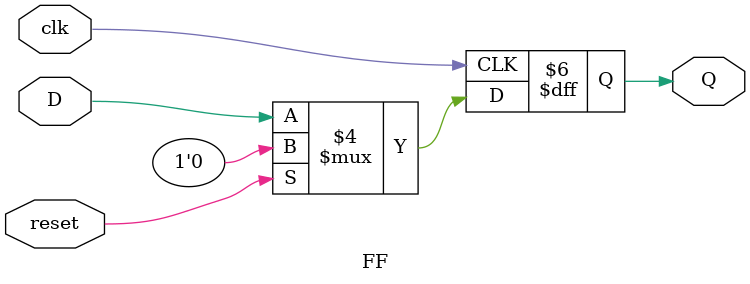
<source format=v>
`timescale 1ns / 1ns // `timescale time_unit/time_precision


module part3(clock, reset, ParallelLoadn, RotateRight, ASRight, Data_IN, Q);

	input clock, reset, ParallelLoadn, RotateRight, ASRight;
	input [7:0] Data_IN; 
	output [7:0] Q;
	//initiate 8 of the modules??? wtf am i even doing?
	//to rotate right you have to load the bits on the left therefore RotateRight = LoadLeft, 
	
	wire temp_Q7;
	assign temp_Q7 = (RotateRight && ASRight) ? Q[7]: Q[0];
	
	muxFF u0(.clk(clock), .reset(reset), .right(Q[7]), .left(Q[1]), .LoadLeft(RotateRight), .Loadn(ParallelLoadn), .D(Data_IN[0]), .Q(Q[0]));
	
	muxFF u1(.clk(clock), .reset(reset), .right(Q[0]), .left(Q[2]), .LoadLeft(RotateRight), .Loadn(ParallelLoadn), .D(Data_IN[1]), .Q(Q[1]));
	
	muxFF u2(.clk(clock), .reset(reset), .right(Q[1]), .left(Q[3]), .LoadLeft(RotateRight), .Loadn(ParallelLoadn), .D(Data_IN[2]), .Q(Q[2]));
	
	muxFF u3(.clk(clock), .reset(reset), .right(Q[2]), .left(Q[4]), .LoadLeft(RotateRight), .Loadn(ParallelLoadn), .D(Data_IN[3]), .Q(Q[3]));
	
	muxFF u4(.clk(clock), .reset(reset), .right(Q[3]), .left(Q[5]), .LoadLeft(RotateRight), .Loadn(ParallelLoadn), .D(Data_IN[4]), .Q(Q[4]));
	
	muxFF u5(.clk(clock), .reset(reset), .right(Q[4]), .left(Q[6]), .LoadLeft(RotateRight), .Loadn(ParallelLoadn), .D(Data_IN[5]), .Q(Q[5]));
	
	muxFF u6(.clk(clock), .reset(reset), .right(Q[5]), .left(Q[7]), .LoadLeft(RotateRight), .Loadn(ParallelLoadn), .D(Data_IN[6]), .Q(Q[6]));
	
	muxFF u7(.clk(clock), .reset(reset), .right(Q[6]), .left(temp_Q7), .LoadLeft(RotateRight), .Loadn(ParallelLoadn), .D(Data_IN[7]), .Q(Q[7]));
	
endmodule

module muxFF(clk, reset, right, left, LoadLeft, Loadn, D, Q);
	//if LoadLeft = 1 then left value goes in
	
	input clk, reset, right, left, LoadLeft, Loadn, D;
	output Q;
	wire D1, D2;
	
	mux2to1 u0(.x(right), .y(left), .s(LoadLeft), .f(D1));
				  
	mux2to1 u1(.x(D), .y(D1), .s(Loadn), .f(D2));
	
	FF u3(.clk(clk), .reset(reset), .D(D2), .Q(Q));
	
endmodule


module mux2to1(x, y, s, f);
	input x, y, s;
	output f;
	
	assign f = s ? y:x;
endmodule


module FF(clk, reset, D, Q);
	input clk, reset, D; 
	output reg Q; 
	
	always@(posedge clk)
	begin
		
		if (reset == 1'b1)
			Q <= 1'b0;
		else
			Q <= D;
		
	end
	
endmodule

</source>
